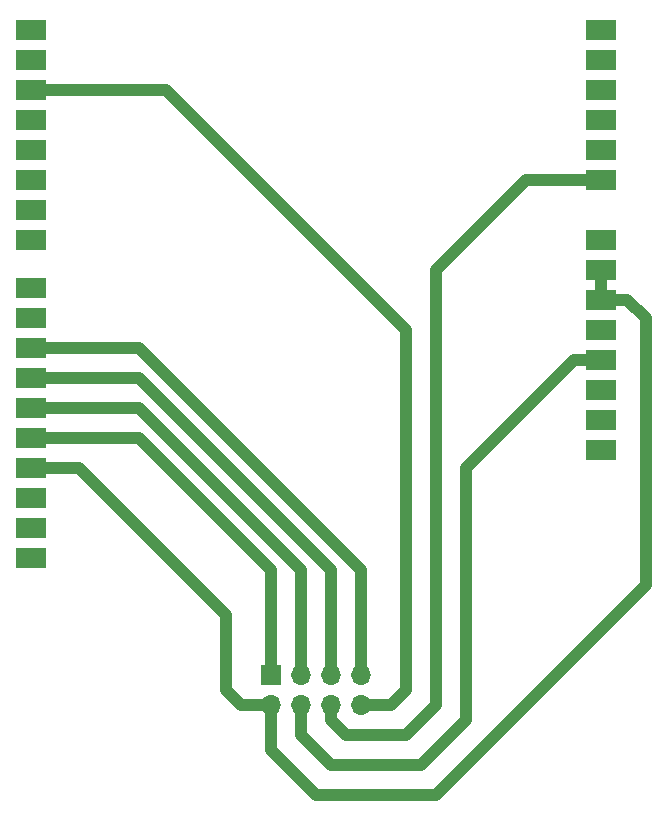
<source format=gbr>
%TF.GenerationSoftware,KiCad,Pcbnew,(5.1.10)-1*%
%TF.CreationDate,2021-09-15T23:36:56+02:00*%
%TF.ProjectId,Shield_LoRa,53686965-6c64-45f4-9c6f-52612e6b6963,rev?*%
%TF.SameCoordinates,Original*%
%TF.FileFunction,Copper,L2,Bot*%
%TF.FilePolarity,Positive*%
%FSLAX46Y46*%
G04 Gerber Fmt 4.6, Leading zero omitted, Abs format (unit mm)*
G04 Created by KiCad (PCBNEW (5.1.10)-1) date 2021-09-15 23:36:56*
%MOMM*%
%LPD*%
G01*
G04 APERTURE LIST*
%TA.AperFunction,ComponentPad*%
%ADD10O,1.700000X1.700000*%
%TD*%
%TA.AperFunction,ComponentPad*%
%ADD11R,1.700000X1.700000*%
%TD*%
%TA.AperFunction,ComponentPad*%
%ADD12R,2.500000X1.700000*%
%TD*%
%TA.AperFunction,Conductor*%
%ADD13C,1.000000*%
%TD*%
%TA.AperFunction,Conductor*%
%ADD14C,0.500000*%
%TD*%
G04 APERTURE END LIST*
D10*
%TO.P,LoRa1,8*%
%TO.N,/DIO0*%
X147320000Y-118110000D03*
%TO.P,LoRa1,7*%
%TO.N,/SPI_NSS*%
X147320000Y-115570000D03*
%TO.P,LoRa1,6*%
%TO.N,/NRST*%
X144780000Y-118110000D03*
%TO.P,LoRa1,5*%
%TO.N,/SPI_MOSI*%
X144780000Y-115570000D03*
%TO.P,LoRa1,4*%
%TO.N,+3V3*%
X142240000Y-118110000D03*
%TO.P,LoRa1,3*%
%TO.N,/SPI_MISO*%
X142240000Y-115570000D03*
%TO.P,LoRa1,2*%
%TO.N,GND*%
X139700000Y-118110000D03*
D11*
%TO.P,LoRa1,1*%
%TO.N,/SPI_SCK*%
X139700000Y-115570000D03*
%TD*%
D12*
%TO.P,J4,10*%
%TO.N,Net-(J4-Pad10)*%
X119380000Y-105660000D03*
%TO.P,J4,9*%
%TO.N,Net-(J4-Pad9)*%
X119380000Y-103120000D03*
%TO.P,J4,8*%
%TO.N,Net-(J4-Pad8)*%
X119380000Y-100580000D03*
%TO.P,J4,7*%
%TO.N,GND*%
X119380000Y-98040000D03*
%TO.P,J4,6*%
%TO.N,/SPI_SCK*%
X119380000Y-95500000D03*
%TO.P,J4,5*%
%TO.N,/SPI_MISO*%
X119380000Y-92960000D03*
%TO.P,J4,4*%
%TO.N,/SPI_MOSI*%
X119380000Y-90420000D03*
%TO.P,J4,3*%
%TO.N,/SPI_NSS*%
X119380000Y-87880000D03*
%TO.P,J4,2*%
%TO.N,Net-(J4-Pad2)*%
X119380000Y-85340000D03*
%TO.P,J4,1*%
%TO.N,Net-(J4-Pad1)*%
X119380000Y-82800000D03*
%TD*%
%TO.P,J3,8*%
%TO.N,Net-(J3-Pad8)*%
X167640000Y-78740000D03*
%TO.P,J3,7*%
%TO.N,GND*%
X167640000Y-81280000D03*
%TO.P,J3,6*%
X167640000Y-83820000D03*
%TO.P,J3,5*%
%TO.N,Net-(J3-Pad5)*%
X167640000Y-86360000D03*
%TO.P,J3,4*%
%TO.N,+3V3*%
X167640000Y-88900000D03*
%TO.P,J3,3*%
%TO.N,Net-(J3-Pad3)*%
X167640000Y-91440000D03*
%TO.P,J3,2*%
%TO.N,Net-(J3-Pad2)*%
X167640000Y-93980000D03*
%TO.P,J3,1*%
%TO.N,Net-(J3-Pad1)*%
X167640000Y-96520000D03*
%TD*%
%TO.P,J2,6*%
%TO.N,Net-(J2-Pad6)*%
X167700000Y-60960000D03*
%TO.P,J2,5*%
%TO.N,Net-(J2-Pad5)*%
X167700000Y-63500000D03*
%TO.P,J2,4*%
%TO.N,Net-(J2-Pad4)*%
X167700000Y-66040000D03*
%TO.P,J2,3*%
%TO.N,Net-(J2-Pad3)*%
X167700000Y-68580000D03*
%TO.P,J2,2*%
%TO.N,Net-(J2-Pad2)*%
X167700000Y-71120000D03*
%TO.P,J2,1*%
%TO.N,/NRST*%
X167700000Y-73660000D03*
%TD*%
%TO.P,J1,8*%
%TO.N,Net-(J1-Pad8)*%
X119380000Y-78740000D03*
%TO.P,J1,7*%
%TO.N,Net-(J1-Pad7)*%
X119380000Y-76200000D03*
%TO.P,J1,6*%
%TO.N,Net-(J1-Pad6)*%
X119380000Y-73660000D03*
%TO.P,J1,5*%
%TO.N,Net-(J1-Pad5)*%
X119380000Y-71120000D03*
%TO.P,J1,4*%
%TO.N,Net-(J1-Pad4)*%
X119380000Y-68580000D03*
%TO.P,J1,3*%
%TO.N,/DIO0*%
X119380000Y-66040000D03*
%TO.P,J1,2*%
%TO.N,Net-(J1-Pad2)*%
X119380000Y-63500000D03*
%TO.P,J1,1*%
%TO.N,Net-(J1-Pad1)*%
X119380000Y-60960000D03*
%TD*%
D13*
%TO.N,/DIO0*%
X147320000Y-118110000D02*
X149860000Y-118110000D01*
X149860000Y-118110000D02*
X151130000Y-116840000D01*
X151130000Y-116840000D02*
X151130000Y-86360000D01*
X119380000Y-66040000D02*
X130810000Y-66040000D01*
X130810000Y-66040000D02*
X151130000Y-86360000D01*
%TO.N,/NRST*%
X167700000Y-73660000D02*
X161290000Y-73660000D01*
X161290000Y-73660000D02*
X153670000Y-81280000D01*
X153670000Y-81280000D02*
X153670000Y-118110000D01*
X144780000Y-119380000D02*
X146050000Y-120650000D01*
X144780000Y-118110000D02*
X144780000Y-119380000D01*
X151130000Y-120650000D02*
X153670000Y-118110000D01*
X146050000Y-120650000D02*
X151130000Y-120650000D01*
%TO.N,GND*%
X123440000Y-98040000D02*
X135890000Y-110490000D01*
X119380000Y-98040000D02*
X123440000Y-98040000D01*
X135890000Y-116840000D02*
X135890000Y-110490000D01*
X135890000Y-116840000D02*
X137160000Y-118110000D01*
X139700000Y-118110000D02*
X137160000Y-118110000D01*
X169890000Y-83820000D02*
X167640000Y-83820000D01*
X171450000Y-85380000D02*
X169890000Y-83820000D01*
X171450000Y-107950000D02*
X171450000Y-85380000D01*
X153670000Y-125730000D02*
X171450000Y-107950000D01*
X143510000Y-125730000D02*
X153670000Y-125730000D01*
X139700000Y-121920000D02*
X143510000Y-125730000D01*
X139700000Y-118110000D02*
X139700000Y-121920000D01*
X167640000Y-83820000D02*
X167640000Y-81280000D01*
%TO.N,+3V3*%
X165390000Y-88900000D02*
X156210000Y-98080000D01*
X167640000Y-88900000D02*
X165390000Y-88900000D01*
X156210000Y-98080000D02*
X156210000Y-119380000D01*
X156210000Y-119380000D02*
X152400000Y-123190000D01*
X152400000Y-123190000D02*
X144780000Y-123190000D01*
X142240000Y-120650000D02*
X142240000Y-118110000D01*
X144780000Y-123190000D02*
X142240000Y-120650000D01*
D14*
%TO.N,/SPI_SCK*%
X128520000Y-95500000D02*
X124210000Y-95500000D01*
X124210000Y-95500000D02*
X119380000Y-95500000D01*
X124710000Y-95500000D02*
X124210000Y-95500000D01*
D13*
X128520000Y-95500000D02*
X119380000Y-95500000D01*
X139700000Y-106680000D02*
X128520000Y-95500000D01*
X139700000Y-115570000D02*
X139700000Y-106680000D01*
%TO.N,/SPI_MISO*%
X142240000Y-115570000D02*
X142240000Y-106680000D01*
X128520000Y-92960000D02*
X119380000Y-92960000D01*
X142240000Y-106680000D02*
X128520000Y-92960000D01*
%TO.N,/SPI_MOSI*%
X128520000Y-90420000D02*
X119380000Y-90420000D01*
X144780000Y-106680000D02*
X128520000Y-90420000D01*
X144780000Y-115570000D02*
X144780000Y-106680000D01*
%TO.N,/SPI_NSS*%
X119380000Y-87880000D02*
X128520000Y-87880000D01*
X147320000Y-106680000D02*
X128520000Y-87880000D01*
X147320000Y-115570000D02*
X147320000Y-106680000D01*
%TD*%
M02*

</source>
